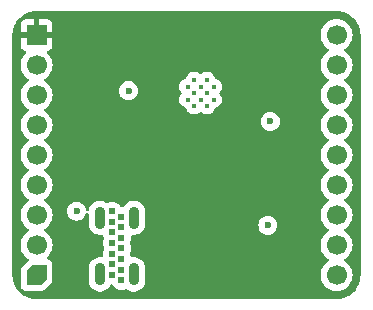
<source format=gbr>
%TF.GenerationSoftware,KiCad,Pcbnew,8.0.4*%
%TF.CreationDate,2024-07-30T11:12:02-04:00*%
%TF.ProjectId,esp32-c3-wroom-socket,65737033-322d-4633-932d-77726f6f6d2d,rev?*%
%TF.SameCoordinates,Original*%
%TF.FileFunction,Copper,L3,Inr*%
%TF.FilePolarity,Positive*%
%FSLAX46Y46*%
G04 Gerber Fmt 4.6, Leading zero omitted, Abs format (unit mm)*
G04 Created by KiCad (PCBNEW 8.0.4) date 2024-07-30 11:12:02*
%MOMM*%
%LPD*%
G01*
G04 APERTURE LIST*
G04 Aperture macros list*
%AMOutline5P*
0 Free polygon, 5 corners , with rotation*
0 The origin of the aperture is its center*
0 number of corners: always 5*
0 $1 to $10 corner X, Y*
0 $11 Rotation angle, in degrees counterclockwise*
0 create outline with 5 corners*
4,1,5,$1,$2,$3,$4,$5,$6,$7,$8,$9,$10,$1,$2,$11*%
%AMOutline6P*
0 Free polygon, 6 corners , with rotation*
0 The origin of the aperture is its center*
0 number of corners: always 6*
0 $1 to $12 corner X, Y*
0 $13 Rotation angle, in degrees counterclockwise*
0 create outline with 6 corners*
4,1,6,$1,$2,$3,$4,$5,$6,$7,$8,$9,$10,$11,$12,$1,$2,$13*%
%AMOutline7P*
0 Free polygon, 7 corners , with rotation*
0 The origin of the aperture is its center*
0 number of corners: always 7*
0 $1 to $14 corner X, Y*
0 $15 Rotation angle, in degrees counterclockwise*
0 create outline with 7 corners*
4,1,7,$1,$2,$3,$4,$5,$6,$7,$8,$9,$10,$11,$12,$13,$14,$1,$2,$15*%
%AMOutline8P*
0 Free polygon, 8 corners , with rotation*
0 The origin of the aperture is its center*
0 number of corners: always 8*
0 $1 to $16 corner X, Y*
0 $17 Rotation angle, in degrees counterclockwise*
0 create outline with 8 corners*
4,1,8,$1,$2,$3,$4,$5,$6,$7,$8,$9,$10,$11,$12,$13,$14,$15,$16,$1,$2,$17*%
G04 Aperture macros list end*
%TA.AperFunction,ComponentPad*%
%ADD10C,0.400000*%
%TD*%
%TA.AperFunction,ComponentPad*%
%ADD11C,0.609600*%
%TD*%
%TA.AperFunction,ComponentPad*%
%ADD12O,0.914400X1.905000*%
%TD*%
%TA.AperFunction,ComponentPad*%
%ADD13R,1.700000X1.700000*%
%TD*%
%TA.AperFunction,ComponentPad*%
%ADD14C,1.700000*%
%TD*%
%TA.AperFunction,ComponentPad*%
%ADD15Outline6P,-0.850000X0.340000X-0.340000X0.850000X0.850000X0.850000X0.850000X-0.340000X0.340000X-0.850000X-0.850000X-0.850000X0.000000*%
%TD*%
%TA.AperFunction,ViaPad*%
%ADD16C,0.600000*%
%TD*%
G04 APERTURE END LIST*
D10*
%TO.N,GND*%
%TO.C,U1*%
X157350000Y-63300000D03*
X158450000Y-63300000D03*
X156800000Y-63850000D03*
X157900000Y-63850000D03*
X159000000Y-63850000D03*
X157350000Y-64400000D03*
X158450000Y-64400000D03*
X156800000Y-64950000D03*
X157900000Y-64950000D03*
X159000000Y-64950000D03*
X157350000Y-65500000D03*
X158450000Y-65500000D03*
%TD*%
D11*
%TO.N,GND*%
%TO.C,J3*%
X150419999Y-79799999D03*
%TO.N,VBUS*%
X150419999Y-78899998D03*
%TO.N,Net-(J3-CC1)*%
X150419999Y-78000000D03*
%TO.N,USB_D+*%
X150419999Y-77099999D03*
%TO.N,USB_D-*%
X150419999Y-76199999D03*
%TO.N,VBUS*%
X150419999Y-75300000D03*
%TO.N,GND*%
X150419999Y-74400000D03*
X151200000Y-74850000D03*
%TO.N,VBUS*%
X151200000Y-75750000D03*
%TO.N,Net-(J3-CC2)*%
X151200000Y-76650000D03*
%TO.N,USB_D+*%
X151200000Y-77550000D03*
%TO.N,USB_D-*%
X151200000Y-78450000D03*
%TO.N,VBUS*%
X151200000Y-79350000D03*
%TO.N,GND*%
X151200000Y-80250000D03*
D12*
%TO.N,N/C*%
X149379999Y-79749999D03*
X152239999Y-79749999D03*
X149379999Y-74950000D03*
X152239999Y-74950000D03*
%TD*%
D13*
%TO.N,3V3*%
%TO.C,J2*%
X144010000Y-59480000D03*
D14*
%TO.N,EN*%
X144010000Y-62020000D03*
%TO.N,GPIO4*%
X144010000Y-64560000D03*
%TO.N,GPIO5*%
X144010000Y-67100000D03*
%TO.N,GPIO6*%
X144010000Y-69640000D03*
%TO.N,GPIO7*%
X144010000Y-72180000D03*
%TO.N,GPIO8*%
X144010000Y-74720000D03*
%TO.N,GPIO9*%
X144010000Y-77260000D03*
D15*
%TO.N,GND*%
X144010000Y-79800000D03*
D14*
%TO.N,GPIO10*%
X169410000Y-79800000D03*
%TO.N,UART-RX*%
X169410000Y-77260000D03*
%TO.N,UART-TX*%
X169410000Y-74720000D03*
%TO.N,USB_D-*%
X169410000Y-72180000D03*
%TO.N,USB_D+*%
X169410000Y-69640000D03*
%TO.N,GPIO3*%
X169410000Y-67100000D03*
%TO.N,GPIO2*%
X169410000Y-64560000D03*
%TO.N,GPIO1*%
X169410000Y-62020000D03*
%TO.N,GPIO0*%
X169410000Y-59480000D03*
%TD*%
D16*
%TO.N,GND*%
X163600000Y-75600000D03*
X151800000Y-64200000D03*
%TO.N,VBUS*%
X147400000Y-74400000D03*
%TO.N,USB_D-*%
X163800000Y-66800000D03*
%TD*%
%TA.AperFunction,Conductor*%
%TO.N,3V3*%
G36*
X169414042Y-57440765D02*
G01*
X169436774Y-57442254D01*
X169668114Y-57457417D01*
X169684172Y-57459532D01*
X169929888Y-57508408D01*
X169945554Y-57512606D01*
X170096709Y-57563916D01*
X170182788Y-57593136D01*
X170197765Y-57599339D01*
X170415336Y-57706633D01*
X170422460Y-57710146D01*
X170436508Y-57718256D01*
X170644815Y-57857443D01*
X170657679Y-57867314D01*
X170846033Y-58032497D01*
X170857502Y-58043966D01*
X171022685Y-58232320D01*
X171032559Y-58245188D01*
X171171743Y-58453492D01*
X171179853Y-58467539D01*
X171290657Y-58692227D01*
X171296864Y-58707213D01*
X171377393Y-58944445D01*
X171381591Y-58960111D01*
X171430465Y-59205813D01*
X171432583Y-59221895D01*
X171449235Y-59475956D01*
X171449500Y-59484066D01*
X171449500Y-79795933D01*
X171449235Y-79804043D01*
X171432583Y-80058104D01*
X171430465Y-80074186D01*
X171381591Y-80319888D01*
X171377393Y-80335554D01*
X171296864Y-80572786D01*
X171290657Y-80587772D01*
X171179853Y-80812460D01*
X171171743Y-80826507D01*
X171032559Y-81034811D01*
X171022685Y-81047679D01*
X170857502Y-81236033D01*
X170846033Y-81247502D01*
X170657679Y-81412685D01*
X170644811Y-81422559D01*
X170436507Y-81561743D01*
X170422460Y-81569853D01*
X170197772Y-81680657D01*
X170182786Y-81686864D01*
X169945554Y-81767393D01*
X169929888Y-81771591D01*
X169684186Y-81820465D01*
X169668104Y-81822583D01*
X169414043Y-81839235D01*
X169405933Y-81839500D01*
X144014067Y-81839500D01*
X144005957Y-81839235D01*
X143751895Y-81822583D01*
X143735814Y-81820465D01*
X143700770Y-81813494D01*
X143490111Y-81771591D01*
X143474445Y-81767393D01*
X143237213Y-81686864D01*
X143222227Y-81680657D01*
X142997539Y-81569853D01*
X142983492Y-81561743D01*
X142775188Y-81422559D01*
X142762320Y-81412685D01*
X142573966Y-81247502D01*
X142562497Y-81236033D01*
X142437941Y-81094005D01*
X142397311Y-81047675D01*
X142387440Y-81034811D01*
X142386149Y-81032879D01*
X142248256Y-80826507D01*
X142240146Y-80812460D01*
X142211945Y-80755274D01*
X142129339Y-80587765D01*
X142123135Y-80572786D01*
X142106796Y-80524654D01*
X142101396Y-80508745D01*
X142042606Y-80335554D01*
X142038408Y-80319888D01*
X142027224Y-80263663D01*
X141989532Y-80074172D01*
X141987417Y-80058114D01*
X141970765Y-79804042D01*
X141970500Y-79795933D01*
X141970500Y-62019999D01*
X142654341Y-62019999D01*
X142654341Y-62020000D01*
X142674936Y-62255403D01*
X142674938Y-62255413D01*
X142736094Y-62483655D01*
X142736096Y-62483659D01*
X142736097Y-62483663D01*
X142790113Y-62599500D01*
X142835965Y-62697830D01*
X142835967Y-62697834D01*
X142971501Y-62891395D01*
X142971506Y-62891402D01*
X143138597Y-63058493D01*
X143138603Y-63058498D01*
X143324158Y-63188425D01*
X143367783Y-63243002D01*
X143374977Y-63312500D01*
X143343454Y-63374855D01*
X143324158Y-63391575D01*
X143138597Y-63521505D01*
X142971505Y-63688597D01*
X142835965Y-63882169D01*
X142835964Y-63882171D01*
X142736098Y-64096335D01*
X142736094Y-64096344D01*
X142674938Y-64324586D01*
X142674936Y-64324596D01*
X142654341Y-64559999D01*
X142654341Y-64560000D01*
X142674936Y-64795403D01*
X142674938Y-64795413D01*
X142736094Y-65023655D01*
X142736096Y-65023659D01*
X142736097Y-65023663D01*
X142780494Y-65118872D01*
X142835965Y-65237830D01*
X142835967Y-65237834D01*
X142944281Y-65392521D01*
X142962070Y-65417927D01*
X142971501Y-65431395D01*
X142971506Y-65431402D01*
X143138597Y-65598493D01*
X143138603Y-65598498D01*
X143324158Y-65728425D01*
X143367783Y-65783002D01*
X143374977Y-65852500D01*
X143343454Y-65914855D01*
X143324158Y-65931575D01*
X143138597Y-66061505D01*
X142971505Y-66228597D01*
X142835965Y-66422169D01*
X142835964Y-66422171D01*
X142736098Y-66636335D01*
X142736094Y-66636344D01*
X142674938Y-66864586D01*
X142674936Y-66864596D01*
X142654341Y-67099999D01*
X142654341Y-67100000D01*
X142674936Y-67335403D01*
X142674938Y-67335413D01*
X142736094Y-67563655D01*
X142736096Y-67563659D01*
X142736097Y-67563663D01*
X142835965Y-67777830D01*
X142835967Y-67777834D01*
X142971501Y-67971395D01*
X142971506Y-67971402D01*
X143138597Y-68138493D01*
X143138603Y-68138498D01*
X143324158Y-68268425D01*
X143367783Y-68323002D01*
X143374977Y-68392500D01*
X143343454Y-68454855D01*
X143324158Y-68471575D01*
X143138597Y-68601505D01*
X142971505Y-68768597D01*
X142835965Y-68962169D01*
X142835964Y-68962171D01*
X142736098Y-69176335D01*
X142736094Y-69176344D01*
X142674938Y-69404586D01*
X142674936Y-69404596D01*
X142654341Y-69639999D01*
X142654341Y-69640000D01*
X142674936Y-69875403D01*
X142674938Y-69875413D01*
X142736094Y-70103655D01*
X142736096Y-70103659D01*
X142736097Y-70103663D01*
X142835965Y-70317830D01*
X142835967Y-70317834D01*
X142971501Y-70511395D01*
X142971506Y-70511402D01*
X143138597Y-70678493D01*
X143138603Y-70678498D01*
X143324158Y-70808425D01*
X143367783Y-70863002D01*
X143374977Y-70932500D01*
X143343454Y-70994855D01*
X143324158Y-71011575D01*
X143138597Y-71141505D01*
X142971505Y-71308597D01*
X142835965Y-71502169D01*
X142835964Y-71502171D01*
X142736098Y-71716335D01*
X142736094Y-71716344D01*
X142674938Y-71944586D01*
X142674936Y-71944596D01*
X142654341Y-72179999D01*
X142654341Y-72180000D01*
X142674936Y-72415403D01*
X142674938Y-72415413D01*
X142736094Y-72643655D01*
X142736096Y-72643659D01*
X142736097Y-72643663D01*
X142835965Y-72857830D01*
X142835967Y-72857834D01*
X142971501Y-73051395D01*
X142971506Y-73051402D01*
X143138597Y-73218493D01*
X143138603Y-73218498D01*
X143324158Y-73348425D01*
X143367783Y-73403002D01*
X143374977Y-73472500D01*
X143343454Y-73534855D01*
X143324158Y-73551575D01*
X143138597Y-73681505D01*
X142971505Y-73848597D01*
X142835965Y-74042169D01*
X142835964Y-74042171D01*
X142736098Y-74256335D01*
X142736094Y-74256344D01*
X142674938Y-74484586D01*
X142674936Y-74484596D01*
X142654341Y-74719999D01*
X142654341Y-74720000D01*
X142674936Y-74955403D01*
X142674938Y-74955413D01*
X142736094Y-75183655D01*
X142736096Y-75183659D01*
X142736097Y-75183663D01*
X142835965Y-75397830D01*
X142835967Y-75397834D01*
X142971501Y-75591395D01*
X142971506Y-75591402D01*
X143138597Y-75758493D01*
X143138603Y-75758498D01*
X143324158Y-75888425D01*
X143367783Y-75943002D01*
X143374977Y-76012500D01*
X143343454Y-76074855D01*
X143324158Y-76091575D01*
X143138597Y-76221505D01*
X142971505Y-76388597D01*
X142835965Y-76582169D01*
X142835964Y-76582171D01*
X142736098Y-76796335D01*
X142736094Y-76796344D01*
X142674938Y-77024586D01*
X142674936Y-77024596D01*
X142654341Y-77259999D01*
X142654341Y-77260000D01*
X142674936Y-77495403D01*
X142674938Y-77495413D01*
X142736094Y-77723655D01*
X142736096Y-77723659D01*
X142736097Y-77723663D01*
X142819079Y-77901618D01*
X142835965Y-77937830D01*
X142835967Y-77937834D01*
X142925692Y-78065973D01*
X142971505Y-78131401D01*
X143138599Y-78298495D01*
X143292130Y-78405999D01*
X143296978Y-78409393D01*
X143340603Y-78463970D01*
X143347797Y-78533468D01*
X143316274Y-78595823D01*
X143313536Y-78598649D01*
X142777117Y-79135067D01*
X142777108Y-79135077D01*
X142725135Y-79201984D01*
X142670060Y-79334949D01*
X142670060Y-79334950D01*
X142659500Y-79419019D01*
X142659500Y-80697870D01*
X142659501Y-80697876D01*
X142665908Y-80757483D01*
X142716202Y-80892328D01*
X142716206Y-80892335D01*
X142802452Y-81007544D01*
X142802455Y-81007547D01*
X142917664Y-81093793D01*
X142917671Y-81093797D01*
X143052517Y-81144091D01*
X143052516Y-81144091D01*
X143059444Y-81144835D01*
X143112127Y-81150500D01*
X144390975Y-81150499D01*
X144475050Y-81139940D01*
X144608016Y-81084863D01*
X144674935Y-81032879D01*
X145242884Y-80464931D01*
X145294864Y-80398016D01*
X145349940Y-80265049D01*
X145360500Y-80180977D01*
X145360499Y-78902128D01*
X145354091Y-78842517D01*
X145338625Y-78801051D01*
X145303797Y-78707671D01*
X145303793Y-78707664D01*
X145217547Y-78592455D01*
X145217544Y-78592452D01*
X145102335Y-78506206D01*
X145102328Y-78506202D01*
X144970917Y-78457189D01*
X144914983Y-78415318D01*
X144890566Y-78349853D01*
X144905418Y-78281580D01*
X144926563Y-78253332D01*
X145048495Y-78131401D01*
X145184035Y-77937830D01*
X145283903Y-77723663D01*
X145345063Y-77495408D01*
X145365659Y-77260000D01*
X145345063Y-77024592D01*
X145283903Y-76796337D01*
X145184035Y-76582171D01*
X145153397Y-76538414D01*
X145048494Y-76388597D01*
X144881402Y-76221506D01*
X144881396Y-76221501D01*
X144695842Y-76091575D01*
X144652217Y-76036998D01*
X144645023Y-75967500D01*
X144676546Y-75905145D01*
X144695842Y-75888425D01*
X144718026Y-75872891D01*
X144881401Y-75758495D01*
X145048495Y-75591401D01*
X145184035Y-75397830D01*
X145283903Y-75183663D01*
X145345063Y-74955408D01*
X145365659Y-74720000D01*
X145345063Y-74484592D01*
X145322396Y-74399996D01*
X146594435Y-74399996D01*
X146594435Y-74400003D01*
X146614630Y-74579249D01*
X146614631Y-74579254D01*
X146674211Y-74749523D01*
X146715122Y-74814632D01*
X146770184Y-74902262D01*
X146897738Y-75029816D01*
X146988080Y-75086582D01*
X147005833Y-75097737D01*
X147050478Y-75125789D01*
X147215850Y-75183655D01*
X147220745Y-75185368D01*
X147220750Y-75185369D01*
X147399996Y-75205565D01*
X147400000Y-75205565D01*
X147400004Y-75205565D01*
X147579249Y-75185369D01*
X147579252Y-75185368D01*
X147579255Y-75185368D01*
X147749522Y-75125789D01*
X147902262Y-75029816D01*
X148029816Y-74902262D01*
X148125789Y-74749522D01*
X148181257Y-74591004D01*
X148221979Y-74534227D01*
X148286932Y-74508480D01*
X148355493Y-74521936D01*
X148405896Y-74570323D01*
X148422299Y-74631958D01*
X148422299Y-75539629D01*
X148459101Y-75724643D01*
X148459104Y-75724655D01*
X148531292Y-75898934D01*
X148531299Y-75898947D01*
X148636104Y-76055797D01*
X148636107Y-76055801D01*
X148769497Y-76189191D01*
X148769501Y-76189194D01*
X148926351Y-76293999D01*
X148926364Y-76294006D01*
X149003096Y-76325789D01*
X149100648Y-76366196D01*
X149273548Y-76400588D01*
X149285669Y-76402999D01*
X149285672Y-76403000D01*
X149285674Y-76403000D01*
X149474324Y-76403000D01*
X149521558Y-76393604D01*
X149591147Y-76399830D01*
X149646325Y-76442692D01*
X149662791Y-76474266D01*
X149689857Y-76551618D01*
X149710222Y-76584029D01*
X149729221Y-76651266D01*
X149710222Y-76715969D01*
X149689857Y-76748379D01*
X149629920Y-76919669D01*
X149629919Y-76919674D01*
X149609603Y-77099995D01*
X149609603Y-77100002D01*
X149629919Y-77280323D01*
X149629921Y-77280331D01*
X149689857Y-77451619D01*
X149710221Y-77484028D01*
X149729221Y-77551264D01*
X149710222Y-77615969D01*
X149689858Y-77648378D01*
X149629920Y-77819670D01*
X149629919Y-77819675D01*
X149609603Y-77999996D01*
X149609603Y-78000004D01*
X149627937Y-78162732D01*
X149615882Y-78231554D01*
X149568533Y-78282933D01*
X149500922Y-78300557D01*
X149480525Y-78298232D01*
X149474326Y-78296999D01*
X149474324Y-78296999D01*
X149285674Y-78296999D01*
X149285671Y-78296999D01*
X149100655Y-78333801D01*
X149100643Y-78333804D01*
X148926364Y-78405992D01*
X148926351Y-78405999D01*
X148769501Y-78510804D01*
X148769497Y-78510807D01*
X148636107Y-78644197D01*
X148636104Y-78644201D01*
X148531299Y-78801051D01*
X148531292Y-78801064D01*
X148459104Y-78975343D01*
X148459101Y-78975355D01*
X148422299Y-79160369D01*
X148422299Y-80339628D01*
X148459101Y-80524642D01*
X148459104Y-80524654D01*
X148531292Y-80698933D01*
X148531299Y-80698946D01*
X148636104Y-80855796D01*
X148636107Y-80855800D01*
X148769497Y-80989190D01*
X148769501Y-80989193D01*
X148926351Y-81093998D01*
X148926364Y-81094005D01*
X149100643Y-81166193D01*
X149100648Y-81166195D01*
X149285669Y-81202998D01*
X149285672Y-81202999D01*
X149285674Y-81202999D01*
X149474326Y-81202999D01*
X149474327Y-81202998D01*
X149659350Y-81166195D01*
X149833640Y-81094002D01*
X149990497Y-80989193D01*
X150123893Y-80855797D01*
X150228702Y-80698940D01*
X150236561Y-80679965D01*
X150280396Y-80625565D01*
X150346689Y-80603497D01*
X150364996Y-80604197D01*
X150419999Y-80610395D01*
X150420001Y-80610394D01*
X150420252Y-80610423D01*
X150484666Y-80637490D01*
X150511361Y-80667669D01*
X150530341Y-80697876D01*
X150566406Y-80755273D01*
X150694725Y-80883592D01*
X150694731Y-80883597D01*
X150848374Y-80980138D01*
X150848377Y-80980140D01*
X150848381Y-80980141D01*
X150848382Y-80980142D01*
X150999096Y-81032879D01*
X151019670Y-81040078D01*
X151019675Y-81040079D01*
X151199996Y-81060396D01*
X151200000Y-81060396D01*
X151200004Y-81060396D01*
X151380324Y-81040079D01*
X151380327Y-81040078D01*
X151380330Y-81040078D01*
X151535442Y-80985801D01*
X151605221Y-80982241D01*
X151645288Y-80999742D01*
X151786351Y-81093998D01*
X151786364Y-81094005D01*
X151960643Y-81166193D01*
X151960648Y-81166195D01*
X152145669Y-81202998D01*
X152145672Y-81202999D01*
X152145674Y-81202999D01*
X152334326Y-81202999D01*
X152334327Y-81202998D01*
X152519350Y-81166195D01*
X152693640Y-81094002D01*
X152850497Y-80989193D01*
X152983893Y-80855797D01*
X153088702Y-80698940D01*
X153160895Y-80524650D01*
X153197699Y-80339624D01*
X153197699Y-79160374D01*
X153197699Y-79160371D01*
X153197698Y-79160369D01*
X153192667Y-79135077D01*
X153160895Y-78975348D01*
X153130567Y-78902129D01*
X153088705Y-78801064D01*
X153088698Y-78801051D01*
X152983893Y-78644201D01*
X152983890Y-78644197D01*
X152850500Y-78510807D01*
X152850496Y-78510804D01*
X152693646Y-78405999D01*
X152693633Y-78405992D01*
X152519354Y-78333804D01*
X152519342Y-78333801D01*
X152334327Y-78296999D01*
X152334324Y-78296999D01*
X152145674Y-78296999D01*
X152114796Y-78303141D01*
X152045205Y-78296912D01*
X151990028Y-78254049D01*
X151973565Y-78222480D01*
X151930142Y-78098382D01*
X151909778Y-78065973D01*
X151890777Y-77998737D01*
X151909778Y-77934027D01*
X151930142Y-77901618D01*
X151990077Y-77730332D01*
X151990078Y-77730330D01*
X151990829Y-77723664D01*
X152010396Y-77550003D01*
X152010396Y-77549996D01*
X151990079Y-77369675D01*
X151990077Y-77369667D01*
X151930142Y-77198381D01*
X151909778Y-77165973D01*
X151890777Y-77098737D01*
X151909778Y-77034027D01*
X151930142Y-77001618D01*
X151990077Y-76830332D01*
X151990078Y-76830330D01*
X151990079Y-76830324D01*
X152010396Y-76650003D01*
X152010396Y-76649997D01*
X152002963Y-76584029D01*
X151997823Y-76538412D01*
X152009877Y-76469592D01*
X152057226Y-76418213D01*
X152124836Y-76400588D01*
X152145236Y-76402912D01*
X152145674Y-76403000D01*
X152334326Y-76403000D01*
X152334327Y-76402999D01*
X152519350Y-76366196D01*
X152693640Y-76294003D01*
X152850497Y-76189194D01*
X152983893Y-76055798D01*
X153088702Y-75898941D01*
X153160895Y-75724651D01*
X153185690Y-75599996D01*
X162794435Y-75599996D01*
X162794435Y-75600003D01*
X162814630Y-75779249D01*
X162814631Y-75779254D01*
X162874211Y-75949523D01*
X162952963Y-76074855D01*
X162970184Y-76102262D01*
X163097738Y-76229816D01*
X163188080Y-76286582D01*
X163199884Y-76293999D01*
X163250478Y-76325789D01*
X163383202Y-76372231D01*
X163420745Y-76385368D01*
X163420750Y-76385369D01*
X163599996Y-76405565D01*
X163600000Y-76405565D01*
X163600004Y-76405565D01*
X163779249Y-76385369D01*
X163779252Y-76385368D01*
X163779255Y-76385368D01*
X163949522Y-76325789D01*
X164102262Y-76229816D01*
X164229816Y-76102262D01*
X164325789Y-75949522D01*
X164385368Y-75779255D01*
X164387707Y-75758495D01*
X164405565Y-75600003D01*
X164405565Y-75599996D01*
X164385369Y-75420750D01*
X164385368Y-75420745D01*
X164325788Y-75250476D01*
X164283801Y-75183655D01*
X164229816Y-75097738D01*
X164102262Y-74970184D01*
X164078738Y-74955403D01*
X163949523Y-74874211D01*
X163779254Y-74814631D01*
X163779249Y-74814630D01*
X163600004Y-74794435D01*
X163599996Y-74794435D01*
X163420750Y-74814630D01*
X163420745Y-74814631D01*
X163250476Y-74874211D01*
X163097737Y-74970184D01*
X162970184Y-75097737D01*
X162874211Y-75250476D01*
X162814631Y-75420745D01*
X162814630Y-75420750D01*
X162794435Y-75599996D01*
X153185690Y-75599996D01*
X153197699Y-75539625D01*
X153197699Y-74360375D01*
X153197699Y-74360372D01*
X153197698Y-74360370D01*
X153183349Y-74288234D01*
X153160895Y-74175349D01*
X153160893Y-74175344D01*
X153088705Y-74001065D01*
X153088698Y-74001052D01*
X152983893Y-73844202D01*
X152983890Y-73844198D01*
X152850500Y-73710808D01*
X152850496Y-73710805D01*
X152693646Y-73606000D01*
X152693633Y-73605993D01*
X152519354Y-73533805D01*
X152519342Y-73533802D01*
X152334327Y-73497000D01*
X152334324Y-73497000D01*
X152145674Y-73497000D01*
X152145671Y-73497000D01*
X151960655Y-73533802D01*
X151960643Y-73533805D01*
X151786364Y-73605993D01*
X151786351Y-73606000D01*
X151629501Y-73710805D01*
X151629497Y-73710808D01*
X151496107Y-73844198D01*
X151496104Y-73844202D01*
X151395902Y-73994166D01*
X151342290Y-74038971D01*
X151278916Y-74048495D01*
X151199745Y-74039574D01*
X151135331Y-74012507D01*
X151108635Y-73982326D01*
X151103411Y-73974013D01*
X151053592Y-73894726D01*
X150925273Y-73766407D01*
X150925267Y-73766402D01*
X150771624Y-73669861D01*
X150771621Y-73669859D01*
X150600328Y-73609921D01*
X150600323Y-73609920D01*
X150420003Y-73589604D01*
X150419995Y-73589604D01*
X150239674Y-73609920D01*
X150239669Y-73609921D01*
X150068376Y-73669859D01*
X150064698Y-73672171D01*
X149997460Y-73691167D01*
X149930626Y-73670796D01*
X149929841Y-73670276D01*
X149833646Y-73606000D01*
X149833633Y-73605993D01*
X149659354Y-73533805D01*
X149659342Y-73533802D01*
X149474327Y-73497000D01*
X149474324Y-73497000D01*
X149285674Y-73497000D01*
X149285671Y-73497000D01*
X149100655Y-73533802D01*
X149100643Y-73533805D01*
X148926364Y-73605993D01*
X148926351Y-73606000D01*
X148769501Y-73710805D01*
X148769497Y-73710808D01*
X148636107Y-73844198D01*
X148636104Y-73844202D01*
X148531299Y-74001052D01*
X148531292Y-74001065D01*
X148459104Y-74175344D01*
X148459101Y-74175354D01*
X148436648Y-74288234D01*
X148404263Y-74350145D01*
X148343547Y-74384719D01*
X148273778Y-74380979D01*
X148217106Y-74340112D01*
X148191811Y-74277925D01*
X148185369Y-74220750D01*
X148185368Y-74220745D01*
X148169483Y-74175349D01*
X148125789Y-74050478D01*
X148120569Y-74042171D01*
X148029815Y-73897737D01*
X147902262Y-73770184D01*
X147749523Y-73674211D01*
X147579254Y-73614631D01*
X147579249Y-73614630D01*
X147400004Y-73594435D01*
X147399996Y-73594435D01*
X147220750Y-73614630D01*
X147220745Y-73614631D01*
X147050476Y-73674211D01*
X146897737Y-73770184D01*
X146770184Y-73897737D01*
X146674211Y-74050476D01*
X146614631Y-74220745D01*
X146614630Y-74220750D01*
X146594435Y-74399996D01*
X145322396Y-74399996D01*
X145283903Y-74256337D01*
X145184035Y-74042171D01*
X145181795Y-74038971D01*
X145048494Y-73848597D01*
X144881402Y-73681506D01*
X144881396Y-73681501D01*
X144695842Y-73551575D01*
X144652217Y-73496998D01*
X144645023Y-73427500D01*
X144676546Y-73365145D01*
X144695842Y-73348425D01*
X144718026Y-73332891D01*
X144881401Y-73218495D01*
X145048495Y-73051401D01*
X145184035Y-72857830D01*
X145283903Y-72643663D01*
X145345063Y-72415408D01*
X145365659Y-72180000D01*
X145345063Y-71944592D01*
X145283903Y-71716337D01*
X145184035Y-71502171D01*
X145048495Y-71308599D01*
X145048494Y-71308597D01*
X144881402Y-71141506D01*
X144881396Y-71141501D01*
X144695842Y-71011575D01*
X144652217Y-70956998D01*
X144645023Y-70887500D01*
X144676546Y-70825145D01*
X144695842Y-70808425D01*
X144718026Y-70792891D01*
X144881401Y-70678495D01*
X145048495Y-70511401D01*
X145184035Y-70317830D01*
X145283903Y-70103663D01*
X145345063Y-69875408D01*
X145365659Y-69640000D01*
X145345063Y-69404592D01*
X145283903Y-69176337D01*
X145184035Y-68962171D01*
X145048495Y-68768599D01*
X145048494Y-68768597D01*
X144881402Y-68601506D01*
X144881396Y-68601501D01*
X144695842Y-68471575D01*
X144652217Y-68416998D01*
X144645023Y-68347500D01*
X144676546Y-68285145D01*
X144695842Y-68268425D01*
X144718026Y-68252891D01*
X144881401Y-68138495D01*
X145048495Y-67971401D01*
X145184035Y-67777830D01*
X145283903Y-67563663D01*
X145345063Y-67335408D01*
X145365659Y-67100000D01*
X145345063Y-66864592D01*
X145327755Y-66799996D01*
X162994435Y-66799996D01*
X162994435Y-66800003D01*
X163014630Y-66979249D01*
X163014631Y-66979254D01*
X163074211Y-67149523D01*
X163170184Y-67302262D01*
X163297738Y-67429816D01*
X163450478Y-67525789D01*
X163558693Y-67563655D01*
X163620745Y-67585368D01*
X163620750Y-67585369D01*
X163799996Y-67605565D01*
X163800000Y-67605565D01*
X163800004Y-67605565D01*
X163979249Y-67585369D01*
X163979252Y-67585368D01*
X163979255Y-67585368D01*
X164149522Y-67525789D01*
X164302262Y-67429816D01*
X164429816Y-67302262D01*
X164525789Y-67149522D01*
X164585368Y-66979255D01*
X164598287Y-66864596D01*
X164605565Y-66800003D01*
X164605565Y-66799996D01*
X164585369Y-66620750D01*
X164585368Y-66620745D01*
X164525788Y-66450476D01*
X164429815Y-66297737D01*
X164302262Y-66170184D01*
X164149523Y-66074211D01*
X163979254Y-66014631D01*
X163979249Y-66014630D01*
X163800004Y-65994435D01*
X163799996Y-65994435D01*
X163620750Y-66014630D01*
X163620745Y-66014631D01*
X163450476Y-66074211D01*
X163297737Y-66170184D01*
X163170184Y-66297737D01*
X163074211Y-66450476D01*
X163014631Y-66620745D01*
X163014630Y-66620750D01*
X162994435Y-66799996D01*
X145327755Y-66799996D01*
X145283903Y-66636337D01*
X145184035Y-66422171D01*
X145096907Y-66297738D01*
X145048494Y-66228597D01*
X144881402Y-66061506D01*
X144881396Y-66061501D01*
X144695842Y-65931575D01*
X144652217Y-65876998D01*
X144645023Y-65807500D01*
X144676546Y-65745145D01*
X144695842Y-65728425D01*
X144821930Y-65640137D01*
X144881401Y-65598495D01*
X145048495Y-65431401D01*
X145184035Y-65237830D01*
X145283903Y-65023663D01*
X145345063Y-64795408D01*
X145365659Y-64560000D01*
X145345063Y-64324592D01*
X145311678Y-64199996D01*
X150994435Y-64199996D01*
X150994435Y-64200003D01*
X151014630Y-64379249D01*
X151014631Y-64379254D01*
X151074211Y-64549523D01*
X151119796Y-64622070D01*
X151170184Y-64702262D01*
X151297738Y-64829816D01*
X151450478Y-64925789D01*
X151620745Y-64985368D01*
X151620750Y-64985369D01*
X151799996Y-65005565D01*
X151800000Y-65005565D01*
X151800004Y-65005565D01*
X151979249Y-64985369D01*
X151979252Y-64985368D01*
X151979255Y-64985368D01*
X152149522Y-64925789D01*
X152302262Y-64829816D01*
X152429816Y-64702262D01*
X152525789Y-64549522D01*
X152585368Y-64379255D01*
X152591528Y-64324586D01*
X152605565Y-64200003D01*
X152605565Y-64199996D01*
X152585369Y-64020750D01*
X152585368Y-64020745D01*
X152525788Y-63850476D01*
X152525489Y-63850000D01*
X156094355Y-63850000D01*
X156114859Y-64018869D01*
X156114860Y-64018874D01*
X156175182Y-64177931D01*
X156276078Y-64324102D01*
X156275002Y-64324844D01*
X156301400Y-64381010D01*
X156292214Y-64450274D01*
X156275848Y-64475739D01*
X156276078Y-64475898D01*
X156175182Y-64622068D01*
X156114860Y-64781125D01*
X156114859Y-64781130D01*
X156094355Y-64950000D01*
X156114859Y-65118869D01*
X156114860Y-65118874D01*
X156175182Y-65277931D01*
X156237475Y-65368177D01*
X156271817Y-65417929D01*
X156399148Y-65530734D01*
X156399150Y-65530735D01*
X156549775Y-65609790D01*
X156549774Y-65609790D01*
X156588818Y-65619413D01*
X156649199Y-65654569D01*
X156675086Y-65695838D01*
X156725183Y-65827932D01*
X156759051Y-65876998D01*
X156821817Y-65967929D01*
X156882227Y-66021447D01*
X156949150Y-66080736D01*
X157099773Y-66159789D01*
X157099775Y-66159790D01*
X157264944Y-66200500D01*
X157435056Y-66200500D01*
X157600225Y-66159790D01*
X157750852Y-66080734D01*
X157817775Y-66021445D01*
X157881005Y-65991725D01*
X157950269Y-66000908D01*
X157982222Y-66021443D01*
X158049148Y-66080734D01*
X158199775Y-66159790D01*
X158364944Y-66200500D01*
X158535056Y-66200500D01*
X158700225Y-66159790D01*
X158779692Y-66118081D01*
X158850849Y-66080736D01*
X158850850Y-66080734D01*
X158850852Y-66080734D01*
X158978183Y-65967929D01*
X159074818Y-65827930D01*
X159124913Y-65695838D01*
X159167089Y-65640137D01*
X159211181Y-65619413D01*
X159213074Y-65618946D01*
X159250225Y-65609790D01*
X159400852Y-65530734D01*
X159528183Y-65417929D01*
X159624818Y-65277930D01*
X159685140Y-65118872D01*
X159705645Y-64950000D01*
X159685140Y-64781128D01*
X159624818Y-64622070D01*
X159574741Y-64549522D01*
X159523922Y-64475898D01*
X159524998Y-64475154D01*
X159498601Y-64419002D01*
X159507779Y-64349738D01*
X159524152Y-64324261D01*
X159523922Y-64324102D01*
X159624817Y-64177931D01*
X159624816Y-64177931D01*
X159624818Y-64177930D01*
X159685140Y-64018872D01*
X159705645Y-63850000D01*
X159685140Y-63681128D01*
X159624818Y-63522070D01*
X159624425Y-63521501D01*
X159550658Y-63414632D01*
X159528183Y-63382071D01*
X159400852Y-63269266D01*
X159400850Y-63269265D01*
X159400849Y-63269264D01*
X159250224Y-63190209D01*
X159250225Y-63190209D01*
X159211179Y-63180586D01*
X159150798Y-63145430D01*
X159124912Y-63104159D01*
X159107594Y-63058495D01*
X159074818Y-62972070D01*
X158978183Y-62832071D01*
X158850852Y-62719266D01*
X158850849Y-62719263D01*
X158700226Y-62640210D01*
X158535056Y-62599500D01*
X158364944Y-62599500D01*
X158199773Y-62640210D01*
X158049150Y-62719263D01*
X157982227Y-62778553D01*
X157918994Y-62808274D01*
X157849730Y-62799090D01*
X157817773Y-62778553D01*
X157750849Y-62719263D01*
X157600226Y-62640210D01*
X157435056Y-62599500D01*
X157264944Y-62599500D01*
X157099773Y-62640210D01*
X156949150Y-62719263D01*
X156821816Y-62832072D01*
X156725182Y-62972068D01*
X156725182Y-62972069D01*
X156675087Y-63104160D01*
X156632909Y-63159863D01*
X156588821Y-63180586D01*
X156549772Y-63190210D01*
X156399150Y-63269263D01*
X156271816Y-63382072D01*
X156175182Y-63522068D01*
X156114860Y-63681125D01*
X156114859Y-63681130D01*
X156094355Y-63850000D01*
X152525489Y-63850000D01*
X152429815Y-63697737D01*
X152302262Y-63570184D01*
X152149523Y-63474211D01*
X151979254Y-63414631D01*
X151979249Y-63414630D01*
X151800004Y-63394435D01*
X151799996Y-63394435D01*
X151620750Y-63414630D01*
X151620745Y-63414631D01*
X151450476Y-63474211D01*
X151297737Y-63570184D01*
X151170184Y-63697737D01*
X151074211Y-63850476D01*
X151014631Y-64020745D01*
X151014630Y-64020750D01*
X150994435Y-64199996D01*
X145311678Y-64199996D01*
X145283903Y-64096337D01*
X145184035Y-63882171D01*
X145161844Y-63850478D01*
X145048494Y-63688597D01*
X144881402Y-63521506D01*
X144881396Y-63521501D01*
X144695842Y-63391575D01*
X144652217Y-63336998D01*
X144645023Y-63267500D01*
X144676546Y-63205145D01*
X144695842Y-63188425D01*
X144777670Y-63131128D01*
X144881401Y-63058495D01*
X145048495Y-62891401D01*
X145184035Y-62697830D01*
X145283903Y-62483663D01*
X145345063Y-62255408D01*
X145365659Y-62020000D01*
X145345063Y-61784592D01*
X145283903Y-61556337D01*
X145184035Y-61342171D01*
X145048495Y-61148599D01*
X144926179Y-61026283D01*
X144892696Y-60964963D01*
X144897680Y-60895271D01*
X144939551Y-60839337D01*
X144970529Y-60822422D01*
X145102086Y-60773354D01*
X145102093Y-60773350D01*
X145217187Y-60687190D01*
X145217190Y-60687187D01*
X145303350Y-60572093D01*
X145303354Y-60572086D01*
X145353596Y-60437379D01*
X145353598Y-60437372D01*
X145359999Y-60377844D01*
X145360000Y-60377827D01*
X145360000Y-59730000D01*
X144443012Y-59730000D01*
X144475925Y-59672993D01*
X144510000Y-59545826D01*
X144510000Y-59479999D01*
X168054341Y-59479999D01*
X168054341Y-59480000D01*
X168074936Y-59715403D01*
X168074938Y-59715413D01*
X168136094Y-59943655D01*
X168136096Y-59943659D01*
X168136097Y-59943663D01*
X168235965Y-60157830D01*
X168235967Y-60157834D01*
X168371501Y-60351395D01*
X168371506Y-60351402D01*
X168538597Y-60518493D01*
X168538603Y-60518498D01*
X168724158Y-60648425D01*
X168767783Y-60703002D01*
X168774977Y-60772500D01*
X168743454Y-60834855D01*
X168724158Y-60851575D01*
X168538597Y-60981505D01*
X168371505Y-61148597D01*
X168235965Y-61342169D01*
X168235964Y-61342171D01*
X168136098Y-61556335D01*
X168136094Y-61556344D01*
X168074938Y-61784586D01*
X168074936Y-61784596D01*
X168054341Y-62019999D01*
X168054341Y-62020000D01*
X168074936Y-62255403D01*
X168074938Y-62255413D01*
X168136094Y-62483655D01*
X168136096Y-62483659D01*
X168136097Y-62483663D01*
X168190113Y-62599500D01*
X168235965Y-62697830D01*
X168235967Y-62697834D01*
X168371501Y-62891395D01*
X168371506Y-62891402D01*
X168538597Y-63058493D01*
X168538603Y-63058498D01*
X168724158Y-63188425D01*
X168767783Y-63243002D01*
X168774977Y-63312500D01*
X168743454Y-63374855D01*
X168724158Y-63391575D01*
X168538597Y-63521505D01*
X168371505Y-63688597D01*
X168235965Y-63882169D01*
X168235964Y-63882171D01*
X168136098Y-64096335D01*
X168136094Y-64096344D01*
X168074938Y-64324586D01*
X168074936Y-64324596D01*
X168054341Y-64559999D01*
X168054341Y-64560000D01*
X168074936Y-64795403D01*
X168074938Y-64795413D01*
X168136094Y-65023655D01*
X168136096Y-65023659D01*
X168136097Y-65023663D01*
X168180494Y-65118872D01*
X168235965Y-65237830D01*
X168235967Y-65237834D01*
X168344281Y-65392521D01*
X168362070Y-65417927D01*
X168371501Y-65431395D01*
X168371506Y-65431402D01*
X168538597Y-65598493D01*
X168538603Y-65598498D01*
X168724158Y-65728425D01*
X168767783Y-65783002D01*
X168774977Y-65852500D01*
X168743454Y-65914855D01*
X168724158Y-65931575D01*
X168538597Y-66061505D01*
X168371505Y-66228597D01*
X168235965Y-66422169D01*
X168235964Y-66422171D01*
X168136098Y-66636335D01*
X168136094Y-66636344D01*
X168074938Y-66864586D01*
X168074936Y-66864596D01*
X168054341Y-67099999D01*
X168054341Y-67100000D01*
X168074936Y-67335403D01*
X168074938Y-67335413D01*
X168136094Y-67563655D01*
X168136096Y-67563659D01*
X168136097Y-67563663D01*
X168235965Y-67777830D01*
X168235967Y-67777834D01*
X168371501Y-67971395D01*
X168371506Y-67971402D01*
X168538597Y-68138493D01*
X168538603Y-68138498D01*
X168724158Y-68268425D01*
X168767783Y-68323002D01*
X168774977Y-68392500D01*
X168743454Y-68454855D01*
X168724158Y-68471575D01*
X168538597Y-68601505D01*
X168371505Y-68768597D01*
X168235965Y-68962169D01*
X168235964Y-68962171D01*
X168136098Y-69176335D01*
X168136094Y-69176344D01*
X168074938Y-69404586D01*
X168074936Y-69404596D01*
X168054341Y-69639999D01*
X168054341Y-69640000D01*
X168074936Y-69875403D01*
X168074938Y-69875413D01*
X168136094Y-70103655D01*
X168136096Y-70103659D01*
X168136097Y-70103663D01*
X168235965Y-70317830D01*
X168235967Y-70317834D01*
X168371501Y-70511395D01*
X168371506Y-70511402D01*
X168538597Y-70678493D01*
X168538603Y-70678498D01*
X168724158Y-70808425D01*
X168767783Y-70863002D01*
X168774977Y-70932500D01*
X168743454Y-70994855D01*
X168724158Y-71011575D01*
X168538597Y-71141505D01*
X168371505Y-71308597D01*
X168235965Y-71502169D01*
X168235964Y-71502171D01*
X168136098Y-71716335D01*
X168136094Y-71716344D01*
X168074938Y-71944586D01*
X168074936Y-71944596D01*
X168054341Y-72179999D01*
X168054341Y-72180000D01*
X168074936Y-72415403D01*
X168074938Y-72415413D01*
X168136094Y-72643655D01*
X168136096Y-72643659D01*
X168136097Y-72643663D01*
X168235965Y-72857830D01*
X168235967Y-72857834D01*
X168371501Y-73051395D01*
X168371506Y-73051402D01*
X168538597Y-73218493D01*
X168538603Y-73218498D01*
X168724158Y-73348425D01*
X168767783Y-73403002D01*
X168774977Y-73472500D01*
X168743454Y-73534855D01*
X168724158Y-73551575D01*
X168538597Y-73681505D01*
X168371505Y-73848597D01*
X168235965Y-74042169D01*
X168235964Y-74042171D01*
X168136098Y-74256335D01*
X168136094Y-74256344D01*
X168074938Y-74484586D01*
X168074936Y-74484596D01*
X168054341Y-74719999D01*
X168054341Y-74720000D01*
X168074936Y-74955403D01*
X168074938Y-74955413D01*
X168136094Y-75183655D01*
X168136096Y-75183659D01*
X168136097Y-75183663D01*
X168235965Y-75397830D01*
X168235967Y-75397834D01*
X168371501Y-75591395D01*
X168371506Y-75591402D01*
X168538597Y-75758493D01*
X168538603Y-75758498D01*
X168724158Y-75888425D01*
X168767783Y-75943002D01*
X168774977Y-76012500D01*
X168743454Y-76074855D01*
X168724158Y-76091575D01*
X168538597Y-76221505D01*
X168371505Y-76388597D01*
X168235965Y-76582169D01*
X168235964Y-76582171D01*
X168136098Y-76796335D01*
X168136094Y-76796344D01*
X168074938Y-77024586D01*
X168074936Y-77024596D01*
X168054341Y-77259999D01*
X168054341Y-77260000D01*
X168074936Y-77495403D01*
X168074938Y-77495413D01*
X168136094Y-77723655D01*
X168136096Y-77723659D01*
X168136097Y-77723663D01*
X168219079Y-77901618D01*
X168235965Y-77937830D01*
X168235967Y-77937834D01*
X168325692Y-78065973D01*
X168371501Y-78131396D01*
X168371506Y-78131402D01*
X168538597Y-78298493D01*
X168538603Y-78298498D01*
X168724158Y-78428425D01*
X168767783Y-78483002D01*
X168774977Y-78552500D01*
X168743454Y-78614855D01*
X168724158Y-78631575D01*
X168538597Y-78761505D01*
X168371505Y-78928597D01*
X168235965Y-79122169D01*
X168235964Y-79122171D01*
X168136098Y-79336335D01*
X168136094Y-79336344D01*
X168074938Y-79564586D01*
X168074936Y-79564596D01*
X168054341Y-79799999D01*
X168054341Y-79800000D01*
X168074936Y-80035403D01*
X168074938Y-80035413D01*
X168136094Y-80263655D01*
X168136096Y-80263659D01*
X168136097Y-80263663D01*
X168198747Y-80398015D01*
X168235965Y-80477830D01*
X168235967Y-80477834D01*
X168323958Y-80603497D01*
X168371505Y-80671401D01*
X168538599Y-80838495D01*
X168635384Y-80906265D01*
X168732165Y-80974032D01*
X168732167Y-80974033D01*
X168732170Y-80974035D01*
X168946337Y-81073903D01*
X169174592Y-81135063D01*
X169351034Y-81150500D01*
X169409999Y-81155659D01*
X169410000Y-81155659D01*
X169410001Y-81155659D01*
X169468966Y-81150500D01*
X169645408Y-81135063D01*
X169873663Y-81073903D01*
X170087830Y-80974035D01*
X170281401Y-80838495D01*
X170448495Y-80671401D01*
X170584035Y-80477830D01*
X170683903Y-80263663D01*
X170745063Y-80035408D01*
X170765659Y-79800000D01*
X170745063Y-79564592D01*
X170683903Y-79336337D01*
X170584035Y-79122171D01*
X170481226Y-78975343D01*
X170448494Y-78928597D01*
X170281402Y-78761506D01*
X170281396Y-78761501D01*
X170095842Y-78631575D01*
X170052217Y-78576998D01*
X170045023Y-78507500D01*
X170076546Y-78445145D01*
X170095842Y-78428425D01*
X170123022Y-78409393D01*
X170281401Y-78298495D01*
X170448495Y-78131401D01*
X170584035Y-77937830D01*
X170683903Y-77723663D01*
X170745063Y-77495408D01*
X170765659Y-77260000D01*
X170745063Y-77024592D01*
X170683903Y-76796337D01*
X170584035Y-76582171D01*
X170553397Y-76538414D01*
X170448494Y-76388597D01*
X170281402Y-76221506D01*
X170281396Y-76221501D01*
X170095842Y-76091575D01*
X170052217Y-76036998D01*
X170045023Y-75967500D01*
X170076546Y-75905145D01*
X170095842Y-75888425D01*
X170118026Y-75872891D01*
X170281401Y-75758495D01*
X170448495Y-75591401D01*
X170584035Y-75397830D01*
X170683903Y-75183663D01*
X170745063Y-74955408D01*
X170765659Y-74720000D01*
X170745063Y-74484592D01*
X170683903Y-74256337D01*
X170584035Y-74042171D01*
X170581795Y-74038971D01*
X170448494Y-73848597D01*
X170281402Y-73681506D01*
X170281396Y-73681501D01*
X170095842Y-73551575D01*
X170052217Y-73496998D01*
X170045023Y-73427500D01*
X170076546Y-73365145D01*
X170095842Y-73348425D01*
X170118026Y-73332891D01*
X170281401Y-73218495D01*
X170448495Y-73051401D01*
X170584035Y-72857830D01*
X170683903Y-72643663D01*
X170745063Y-72415408D01*
X170765659Y-72180000D01*
X170745063Y-71944592D01*
X170683903Y-71716337D01*
X170584035Y-71502171D01*
X170448495Y-71308599D01*
X170448494Y-71308597D01*
X170281402Y-71141506D01*
X170281396Y-71141501D01*
X170095842Y-71011575D01*
X170052217Y-70956998D01*
X170045023Y-70887500D01*
X170076546Y-70825145D01*
X170095842Y-70808425D01*
X170118026Y-70792891D01*
X170281401Y-70678495D01*
X170448495Y-70511401D01*
X170584035Y-70317830D01*
X170683903Y-70103663D01*
X170745063Y-69875408D01*
X170765659Y-69640000D01*
X170745063Y-69404592D01*
X170683903Y-69176337D01*
X170584035Y-68962171D01*
X170448495Y-68768599D01*
X170448494Y-68768597D01*
X170281402Y-68601506D01*
X170281396Y-68601501D01*
X170095842Y-68471575D01*
X170052217Y-68416998D01*
X170045023Y-68347500D01*
X170076546Y-68285145D01*
X170095842Y-68268425D01*
X170118026Y-68252891D01*
X170281401Y-68138495D01*
X170448495Y-67971401D01*
X170584035Y-67777830D01*
X170683903Y-67563663D01*
X170745063Y-67335408D01*
X170765659Y-67100000D01*
X170745063Y-66864592D01*
X170683903Y-66636337D01*
X170584035Y-66422171D01*
X170496907Y-66297738D01*
X170448494Y-66228597D01*
X170281402Y-66061506D01*
X170281396Y-66061501D01*
X170095842Y-65931575D01*
X170052217Y-65876998D01*
X170045023Y-65807500D01*
X170076546Y-65745145D01*
X170095842Y-65728425D01*
X170221930Y-65640137D01*
X170281401Y-65598495D01*
X170448495Y-65431401D01*
X170584035Y-65237830D01*
X170683903Y-65023663D01*
X170745063Y-64795408D01*
X170765659Y-64560000D01*
X170745063Y-64324592D01*
X170683903Y-64096337D01*
X170584035Y-63882171D01*
X170561844Y-63850478D01*
X170448494Y-63688597D01*
X170281402Y-63521506D01*
X170281396Y-63521501D01*
X170095842Y-63391575D01*
X170052217Y-63336998D01*
X170045023Y-63267500D01*
X170076546Y-63205145D01*
X170095842Y-63188425D01*
X170177670Y-63131128D01*
X170281401Y-63058495D01*
X170448495Y-62891401D01*
X170584035Y-62697830D01*
X170683903Y-62483663D01*
X170745063Y-62255408D01*
X170765659Y-62020000D01*
X170745063Y-61784592D01*
X170683903Y-61556337D01*
X170584035Y-61342171D01*
X170448495Y-61148599D01*
X170448494Y-61148597D01*
X170281402Y-60981506D01*
X170281396Y-60981501D01*
X170095842Y-60851575D01*
X170052217Y-60796998D01*
X170045023Y-60727500D01*
X170076546Y-60665145D01*
X170095842Y-60648425D01*
X170204865Y-60572086D01*
X170281401Y-60518495D01*
X170448495Y-60351401D01*
X170584035Y-60157830D01*
X170683903Y-59943663D01*
X170745063Y-59715408D01*
X170765659Y-59480000D01*
X170745063Y-59244592D01*
X170683903Y-59016337D01*
X170584035Y-58802171D01*
X170580265Y-58796786D01*
X170448494Y-58608597D01*
X170281402Y-58441506D01*
X170281395Y-58441501D01*
X170087834Y-58305967D01*
X170087830Y-58305965D01*
X170016727Y-58272809D01*
X169873663Y-58206097D01*
X169873659Y-58206096D01*
X169873655Y-58206094D01*
X169645413Y-58144938D01*
X169645403Y-58144936D01*
X169410001Y-58124341D01*
X169409999Y-58124341D01*
X169174596Y-58144936D01*
X169174586Y-58144938D01*
X168946344Y-58206094D01*
X168946335Y-58206098D01*
X168732171Y-58305964D01*
X168732169Y-58305965D01*
X168538597Y-58441505D01*
X168371505Y-58608597D01*
X168235965Y-58802169D01*
X168235964Y-58802171D01*
X168136098Y-59016335D01*
X168136094Y-59016344D01*
X168074938Y-59244586D01*
X168074936Y-59244596D01*
X168054341Y-59479999D01*
X144510000Y-59479999D01*
X144510000Y-59414174D01*
X144475925Y-59287007D01*
X144443012Y-59230000D01*
X145360000Y-59230000D01*
X145360000Y-58582172D01*
X145359999Y-58582155D01*
X145353598Y-58522627D01*
X145353596Y-58522620D01*
X145303354Y-58387913D01*
X145303350Y-58387906D01*
X145217190Y-58272812D01*
X145217187Y-58272809D01*
X145102093Y-58186649D01*
X145102086Y-58186645D01*
X144967379Y-58136403D01*
X144967372Y-58136401D01*
X144907844Y-58130000D01*
X144260000Y-58130000D01*
X144260000Y-59046988D01*
X144202993Y-59014075D01*
X144075826Y-58980000D01*
X143944174Y-58980000D01*
X143817007Y-59014075D01*
X143760000Y-59046988D01*
X143760000Y-58130000D01*
X143112155Y-58130000D01*
X143052627Y-58136401D01*
X143052620Y-58136403D01*
X142917913Y-58186645D01*
X142917906Y-58186649D01*
X142802812Y-58272809D01*
X142802809Y-58272812D01*
X142716649Y-58387906D01*
X142716645Y-58387913D01*
X142666403Y-58522620D01*
X142666401Y-58522627D01*
X142660000Y-58582155D01*
X142660000Y-59230000D01*
X143576988Y-59230000D01*
X143544075Y-59287007D01*
X143510000Y-59414174D01*
X143510000Y-59545826D01*
X143544075Y-59672993D01*
X143576988Y-59730000D01*
X142660000Y-59730000D01*
X142660000Y-60377844D01*
X142666401Y-60437372D01*
X142666403Y-60437379D01*
X142716645Y-60572086D01*
X142716649Y-60572093D01*
X142802809Y-60687187D01*
X142802812Y-60687190D01*
X142917906Y-60773350D01*
X142917913Y-60773354D01*
X143049470Y-60822421D01*
X143105403Y-60864292D01*
X143129821Y-60929756D01*
X143114970Y-60998029D01*
X143093819Y-61026284D01*
X142971503Y-61148600D01*
X142835965Y-61342169D01*
X142835964Y-61342171D01*
X142736098Y-61556335D01*
X142736094Y-61556344D01*
X142674938Y-61784586D01*
X142674936Y-61784596D01*
X142654341Y-62019999D01*
X141970500Y-62019999D01*
X141970500Y-59484066D01*
X141970765Y-59475957D01*
X141974819Y-59414108D01*
X141987417Y-59221883D01*
X141989531Y-59205829D01*
X142038409Y-58960107D01*
X142042606Y-58944445D01*
X142089354Y-58806730D01*
X142123138Y-58707205D01*
X142129336Y-58692239D01*
X142240149Y-58467533D01*
X142248252Y-58453498D01*
X142387448Y-58245176D01*
X142397305Y-58232331D01*
X142562502Y-58043960D01*
X142573960Y-58032502D01*
X142762331Y-57867305D01*
X142775176Y-57857448D01*
X142983498Y-57718252D01*
X142997533Y-57710149D01*
X143222239Y-57599336D01*
X143237205Y-57593138D01*
X143404945Y-57536197D01*
X143474445Y-57512606D01*
X143490107Y-57508409D01*
X143735829Y-57459531D01*
X143751883Y-57457417D01*
X143984848Y-57442148D01*
X144005958Y-57440765D01*
X144014067Y-57440500D01*
X144075892Y-57440500D01*
X169344108Y-57440500D01*
X169405933Y-57440500D01*
X169414042Y-57440765D01*
G37*
%TD.AperFunction*%
%TD*%
M02*

</source>
